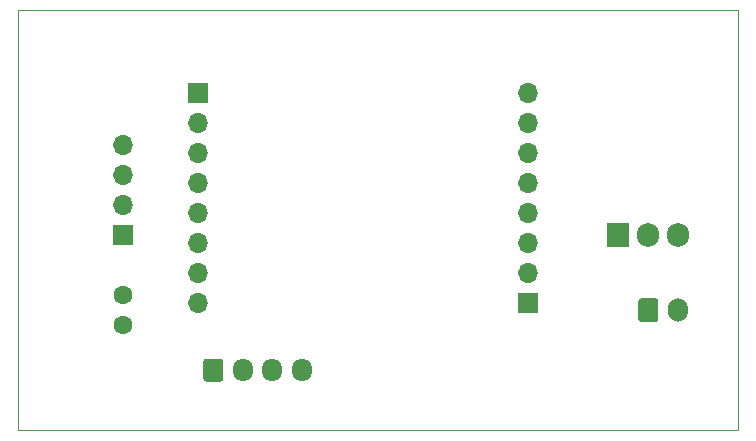
<source format=gbr>
%TF.GenerationSoftware,KiCad,Pcbnew,5.1.9+dfsg1-1*%
%TF.CreationDate,2022-05-17T23:06:01+02:00*%
%TF.ProjectId,water.tank,77617465-722e-4746-916e-6b2e6b696361,rev?*%
%TF.SameCoordinates,Original*%
%TF.FileFunction,Soldermask,Top*%
%TF.FilePolarity,Negative*%
%FSLAX46Y46*%
G04 Gerber Fmt 4.6, Leading zero omitted, Abs format (unit mm)*
G04 Created by KiCad (PCBNEW 5.1.9+dfsg1-1) date 2022-05-17 23:06:01*
%MOMM*%
%LPD*%
G01*
G04 APERTURE LIST*
%TA.AperFunction,Profile*%
%ADD10C,0.050000*%
%TD*%
%ADD11O,1.905000X2.000000*%
%ADD12R,1.905000X2.000000*%
%ADD13O,1.700000X1.700000*%
%ADD14R,1.700000X1.700000*%
%ADD15O,1.700000X1.950000*%
%ADD16O,1.700000X2.000000*%
%ADD17C,1.600000*%
G04 APERTURE END LIST*
D10*
X124460000Y-48260000D02*
X63500000Y-48260000D01*
X124460000Y-83820000D02*
X124460000Y-48260000D01*
X63500000Y-83820000D02*
X124460000Y-83820000D01*
X63500000Y-48260000D02*
X63500000Y-83820000D01*
D11*
%TO.C,3.3*%
X119380000Y-67310000D03*
X116840000Y-67310000D03*
D12*
X114300000Y-67310000D03*
%TD*%
D13*
%TO.C,SENSOR*%
X72390000Y-59690000D03*
X72390000Y-62230000D03*
X72390000Y-64770000D03*
D14*
X72390000Y-67310000D03*
%TD*%
D15*
%TO.C,OLED*%
X87510000Y-78740000D03*
X85010000Y-78740000D03*
X82510000Y-78740000D03*
G36*
G01*
X79160000Y-79465000D02*
X79160000Y-78015000D01*
G75*
G02*
X79410000Y-77765000I250000J0D01*
G01*
X80610000Y-77765000D01*
G75*
G02*
X80860000Y-78015000I0J-250000D01*
G01*
X80860000Y-79465000D01*
G75*
G02*
X80610000Y-79715000I-250000J0D01*
G01*
X79410000Y-79715000D01*
G75*
G02*
X79160000Y-79465000I0J250000D01*
G01*
G37*
%TD*%
D16*
%TO.C,5V*%
X119340000Y-73660000D03*
G36*
G01*
X115990000Y-74410000D02*
X115990000Y-72910000D01*
G75*
G02*
X116240000Y-72660000I250000J0D01*
G01*
X117440000Y-72660000D01*
G75*
G02*
X117690000Y-72910000I0J-250000D01*
G01*
X117690000Y-74410000D01*
G75*
G02*
X117440000Y-74660000I-250000J0D01*
G01*
X116240000Y-74660000D01*
G75*
G02*
X115990000Y-74410000I0J250000D01*
G01*
G37*
%TD*%
D17*
%TO.C,100nf*%
X72390000Y-72390000D03*
X72390000Y-74890000D03*
%TD*%
D13*
%TO.C,J1*%
X78740000Y-73025000D03*
X78740000Y-70485000D03*
X78740000Y-67945000D03*
X78740000Y-65405000D03*
X78740000Y-62865000D03*
X78740000Y-60325000D03*
X78740000Y-57785000D03*
D14*
X78740000Y-55245000D03*
%TD*%
D13*
%TO.C,ESP8266*%
X106680000Y-55245000D03*
X106680000Y-57785000D03*
X106680000Y-60325000D03*
X106680000Y-62865000D03*
X106680000Y-65405000D03*
X106680000Y-67945000D03*
X106680000Y-70485000D03*
D14*
X106680000Y-73025000D03*
%TD*%
M02*

</source>
